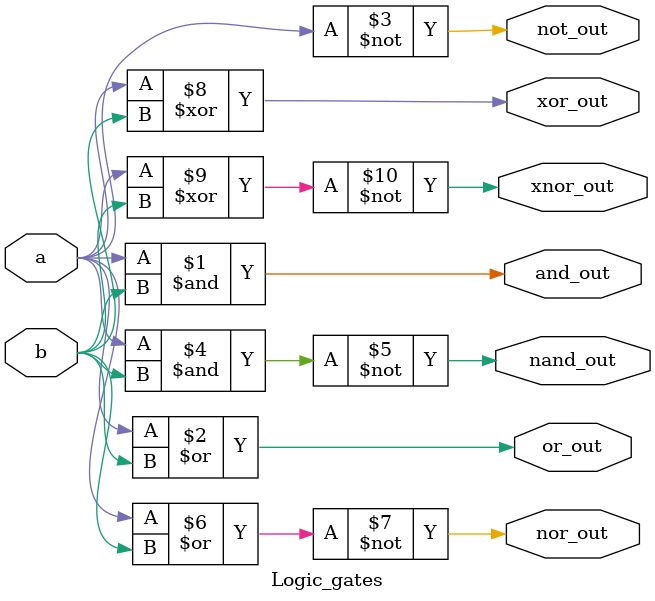
<source format=v>
module Logic_gates(
   input wire a,
	input wire b,
	output wire and_out,
	output wire or_out,
	output wire not_out,
	output wire nand_out,
	output wire nor_out,
	output wire xor_out,
	output wire xnor_out
);

   assign and_out = a&b;
	assign or_out = a|b;
	assign not_out = ~a;
	assign nand_out = ~(a&b);
	assign nor_out = ~(a|b);
	assign xor_out = a^b;
	assign xnor_out = ~(a^b);
	
endmodule
</source>
